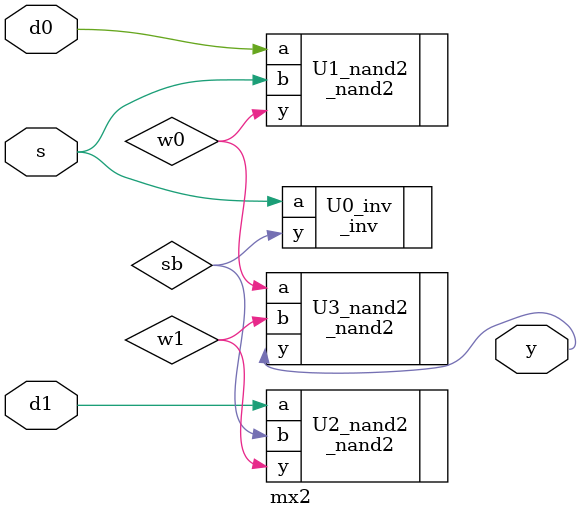
<source format=v>
module mx2(d0, d1, s, y);//mx_2
input d0, d1;//input 
input s;
output y;//output 
wire sb, w0, w1;//wire for linking modules
_inv U0_inv (.a(s), .y(sb));
_nand2 U1_nand2 (.a(d0), .b(s), .y(w0));
_nand2 U2_nand2 (.a(d1), .b(sb), .y(w1));
_nand2 U3_nand2 (.a(w0), .b(w1), .y(y));
endmodule

</source>
